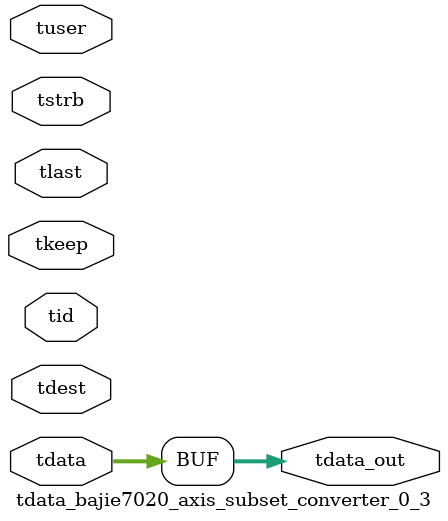
<source format=v>


`timescale 1ps/1ps

module tdata_bajie7020_axis_subset_converter_0_3 #
(
parameter C_S_AXIS_TDATA_WIDTH = 32,
parameter C_S_AXIS_TUSER_WIDTH = 0,
parameter C_S_AXIS_TID_WIDTH   = 0,
parameter C_S_AXIS_TDEST_WIDTH = 0,
parameter C_M_AXIS_TDATA_WIDTH = 32
)
(
input  [(C_S_AXIS_TDATA_WIDTH == 0 ? 1 : C_S_AXIS_TDATA_WIDTH)-1:0     ] tdata,
input  [(C_S_AXIS_TUSER_WIDTH == 0 ? 1 : C_S_AXIS_TUSER_WIDTH)-1:0     ] tuser,
input  [(C_S_AXIS_TID_WIDTH   == 0 ? 1 : C_S_AXIS_TID_WIDTH)-1:0       ] tid,
input  [(C_S_AXIS_TDEST_WIDTH == 0 ? 1 : C_S_AXIS_TDEST_WIDTH)-1:0     ] tdest,
input  [(C_S_AXIS_TDATA_WIDTH/8)-1:0 ] tkeep,
input  [(C_S_AXIS_TDATA_WIDTH/8)-1:0 ] tstrb,
input                                                                    tlast,
output [C_M_AXIS_TDATA_WIDTH-1:0] tdata_out
);

assign tdata_out = {tdata[63:0]};

endmodule


</source>
